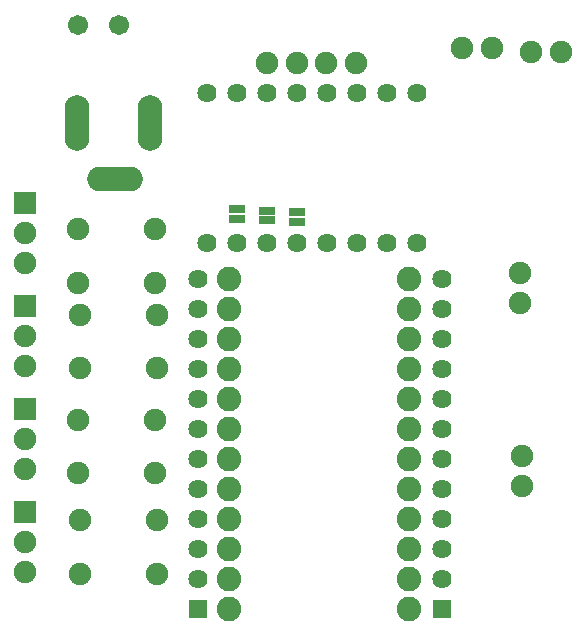
<source format=gbs>
G04 Layer: BottomSolderMaskLayer*
G04 EasyEDA v6.5.22, 2025-01-04 22:24:20*
G04 4654ec591aaf40839b9ddd4dd84afded,10*
G04 Gerber Generator version 0.2*
G04 Scale: 100 percent, Rotated: No, Reflected: No *
G04 Dimensions in millimeters *
G04 leading zeros omitted , absolute positions ,4 integer and 5 decimal *
%FSLAX45Y45*%
%MOMM*%

%AMMACRO1*1,1,$1,$2,$3*1,1,$1,$4,$5*1,1,$1,0-$2,0-$3*1,1,$1,0-$4,0-$5*20,1,$1,$2,$3,$4,$5,0*20,1,$1,$4,$5,0-$2,0-$3,0*20,1,$1,0-$2,0-$3,0-$4,0-$5,0*20,1,$1,0-$4,0-$5,$2,$3,0*4,1,4,$2,$3,$4,$5,0-$2,0-$3,0-$4,0-$5,$2,$3,0*%
%AMMACRO2*4,1,4,-0.6858,-0.3683,-0.6858,0.3683,0.6858,0.3683,0.6858,-0.3683,-0.6858,-0.3683,0*%
%ADD10O,2.101596X4.701590799999999*%
%ADD11O,4.701590799999999X2.101596*%
%ADD12C,1.9016*%
%ADD13C,2.0828*%
%ADD14C,1.6256*%
%ADD15MACRO1,0.1016X-0.9X-0.9X-0.9X0.9*%
%ADD16C,1.7016*%
%ADD17R,1.6256X1.6256*%
%ADD18MACRO2*%

%LPD*%
D10*
G01*
X1364081Y4540275D03*
G01*
X744118Y4540300D03*
D11*
G01*
X1064107Y4070273D03*
D12*
G01*
X2355468Y5054600D03*
G01*
X2605659Y5054600D03*
G01*
X2855595Y5054600D03*
G01*
X3105531Y5054600D03*
D13*
G01*
X3556000Y431800D03*
G01*
X3556000Y685800D03*
G01*
X3556000Y939800D03*
G01*
X3556000Y1193800D03*
G01*
X3556000Y1447800D03*
G01*
X3556000Y1701800D03*
G01*
X3556000Y1955800D03*
G01*
X3556000Y2209800D03*
G01*
X3556000Y2463800D03*
G01*
X3556000Y2717800D03*
G01*
X3556000Y2971800D03*
G01*
X3556000Y3225800D03*
G01*
X2032000Y3225800D03*
G01*
X2032000Y2971800D03*
G01*
X2032000Y2717800D03*
G01*
X2032000Y2463800D03*
G01*
X2032000Y2209800D03*
G01*
X2032000Y1955800D03*
G01*
X2032000Y1701800D03*
G01*
X2032000Y1447800D03*
G01*
X2032000Y1193800D03*
G01*
X2032000Y939800D03*
G01*
X2032000Y685800D03*
G01*
X2032000Y431800D03*
D14*
G01*
X3619500Y3530600D03*
G01*
X3619500Y4800600D03*
G01*
X3365500Y3530600D03*
G01*
X3111500Y3530600D03*
G01*
X2857500Y3530600D03*
G01*
X2603500Y3530600D03*
G01*
X2349500Y3530600D03*
G01*
X2095500Y3530600D03*
G01*
X1841500Y3530600D03*
G01*
X3365500Y4800600D03*
G01*
X3111500Y4800600D03*
G01*
X2857500Y4800600D03*
G01*
X2603500Y4800600D03*
G01*
X2349500Y4800600D03*
G01*
X2095500Y4800600D03*
G01*
X1841500Y4800600D03*
D12*
G01*
X4508500Y1722551D03*
G01*
X4508500Y1468551D03*
G01*
X4495800Y3276600D03*
G01*
X4495800Y3022600D03*
G01*
X4584700Y5143500D03*
G01*
X4838700Y5143500D03*
G01*
X4000500Y5181600D03*
G01*
X4254500Y5181600D03*
D15*
G01*
X304800Y3869265D03*
D12*
G01*
X304800Y3615258D03*
G01*
X304800Y3361258D03*
G01*
X754506Y3641293D03*
G01*
X1404493Y3641293D03*
G01*
X754506Y3191306D03*
G01*
X1404493Y3191306D03*
G01*
X767206Y2917393D03*
G01*
X1417193Y2917393D03*
G01*
X767206Y2467406D03*
G01*
X1417193Y2467406D03*
D16*
G01*
X752094Y5372100D03*
G01*
X1102105Y5372100D03*
D14*
G01*
X3835400Y3225800D03*
G01*
X3835400Y2971800D03*
G01*
X3835400Y2717800D03*
G01*
X3835400Y2463800D03*
G01*
X3835400Y2209800D03*
G01*
X3835400Y1955800D03*
G01*
X3835400Y1701800D03*
G01*
X3835400Y1447800D03*
G01*
X3835400Y1193800D03*
G01*
X3835400Y939800D03*
G01*
X3835400Y685800D03*
D17*
G01*
X3835400Y431800D03*
D14*
G01*
X1765300Y3225800D03*
G01*
X1765300Y2971800D03*
G01*
X1765300Y2717800D03*
G01*
X1765300Y2463800D03*
G01*
X1765300Y2209800D03*
G01*
X1765300Y1955800D03*
G01*
X1765300Y1701800D03*
G01*
X1765300Y1447800D03*
G01*
X1765300Y1193800D03*
G01*
X1765300Y939800D03*
G01*
X1765300Y685800D03*
D17*
G01*
X1765300Y431800D03*
D15*
G01*
X304800Y1253065D03*
D12*
G01*
X304800Y999083D03*
G01*
X304800Y745083D03*
G01*
X767206Y1177493D03*
G01*
X1417193Y1177493D03*
G01*
X767206Y727506D03*
G01*
X1417193Y727506D03*
D15*
G01*
X304800Y2125131D03*
D12*
G01*
X304800Y1871141D03*
G01*
X304800Y1617141D03*
G01*
X754506Y2028393D03*
G01*
X1404493Y2028393D03*
G01*
X754506Y1578406D03*
G01*
X1404493Y1578406D03*
D15*
G01*
X304800Y2997200D03*
D12*
G01*
X304800Y2743200D03*
G01*
X304800Y2489200D03*
D18*
G01*
X2095500Y3812540D03*
G01*
X2095500Y3731259D03*
G01*
X2349500Y3799840D03*
G01*
X2349500Y3718559D03*
G01*
X2603500Y3787140D03*
G01*
X2603500Y3705859D03*
M02*

</source>
